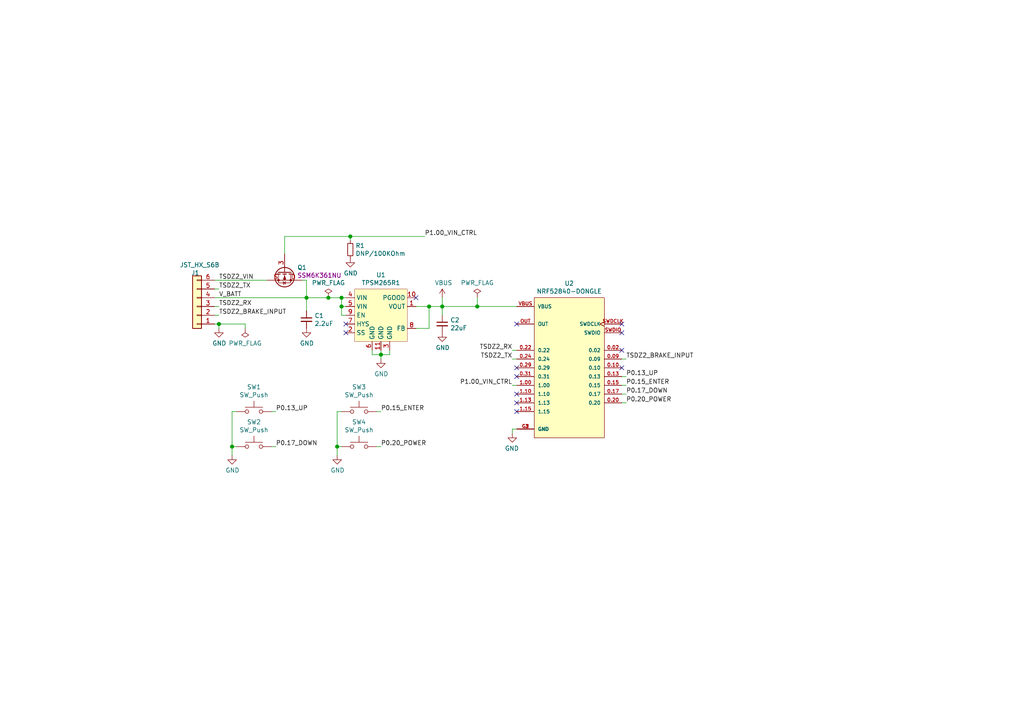
<source format=kicad_sch>
(kicad_sch (version 20210126) (generator eeschema)
  (paper "A4")
  (lib_symbols
    (symbol "Connector_Generic:Conn_01x06" (pin_names (offset 1.016) hide)
      (property "Reference" "J" (at 0 7.62 0))
      (property "Value" "Conn_01x06" (at 0 -10.16 0))
      (symbol "Conn_01x06_1_1"
        (rectangle (start -1.27 -7.493) (end 0 -7.747) (stroke (width 0.1524)))
        (rectangle (start -1.27 -4.953) (end 0 -5.207) (stroke (width 0.1524)))
        (rectangle (start -1.27 -2.413) (end 0 -2.667) (stroke (width 0.1524)))
        (rectangle (start -1.27 0.127) (end 0 -0.127) (stroke (width 0.1524)))
        (rectangle (start -1.27 2.667) (end 0 2.413) (stroke (width 0.1524)))
        (rectangle (start -1.27 5.207) (end 0 4.953) (stroke (width 0.1524)))
        (rectangle (start -1.27 6.35) (end 1.27 -8.89) (stroke (width 0.254)) (fill (type background)))
        (pin passive line (at -5.08 5.08 0) (length 3.81) (name "Pin_1") (number "1"))
        (pin passive line (at -5.08 2.54 0) (length 3.81) (name "Pin_2") (number "2"))
        (pin passive line (at -5.08 0 0) (length 3.81) (name "Pin_3") (number "3"))
        (pin passive line (at -5.08 -2.54 0) (length 3.81) (name "Pin_4") (number "4"))
        (pin passive line (at -5.08 -5.08 0) (length 3.81) (name "Pin_5") (number "5"))
        (pin passive line (at -5.08 -7.62 0) (length 3.81) (name "Pin_6") (number "6"))
      )
    )
    (symbol "Device:C_Small" (pin_numbers hide) (pin_names (offset 0.254) hide)
      (property "Reference" "C" (at 0.254 1.778 0))
      (property "Value" "C_Small" (at 0.254 -2.032 0))
      (symbol "C_Small_0_1"
        (polyline (pts (xy -1.524 -0.508) (xy 1.524 -0.508)) (stroke (width 0.3302)))
        (polyline (pts (xy -1.524 0.508) (xy 1.524 0.508)) (stroke (width 0.3048)))
      )
      (symbol "C_Small_1_1"
        (pin passive line (at 0 2.54 270) (length 2.032) (name "~") (number "1"))
        (pin passive line (at 0 -2.54 90) (length 2.032) (name "~") (number "2"))
      )
    )
    (symbol "Device:R_Small" (pin_numbers hide) (pin_names (offset 0.254) hide)
      (property "Reference" "R" (at 0.762 0.508 0))
      (property "Value" "R_Small" (at 0.762 -1.016 0))
      (symbol "R_Small_0_1"
        (rectangle (start -0.762 1.778) (end 0.762 -1.778) (stroke (width 0.2032)))
      )
      (symbol "R_Small_1_1"
        (pin passive line (at 0 2.54 270) (length 0.762) (name "~") (number "1"))
        (pin passive line (at 0 -2.54 90) (length 0.762) (name "~") (number "2"))
      )
    )
    (symbol "NRF52840-DONGLE:NRF52840-DONGLE" (pin_names (offset 1.016))
      (property "Reference" "U" (at -10.16 21.082 0))
      (property "Value" "NRF52840-DONGLE" (at -10.16 -22.86 0))
      (symbol "NRF52840-DONGLE_0_0"
        (rectangle (start -10.16 -20.32) (end 10.16 20.32) (stroke (width 0.1524)) (fill (type background)))
        (pin bidirectional line (at -15.24 5.08 0) (length 5.08) (name "0.02") (number "0.02"))
        (pin bidirectional line (at -15.24 2.54 0) (length 5.08) (name "0.09") (number "0.09"))
        (pin bidirectional line (at -15.24 0 0) (length 5.08) (name "0.10") (number "0.10"))
        (pin bidirectional line (at -15.24 -2.54 0) (length 5.08) (name "0.13") (number "0.13"))
        (pin bidirectional line (at -15.24 -5.08 0) (length 5.08) (name "0.15") (number "0.15"))
        (pin bidirectional line (at -15.24 -7.62 0) (length 5.08) (name "0.17") (number "0.17"))
        (pin bidirectional line (at -15.24 -10.16 0) (length 5.08) (name "0.20") (number "0.20"))
        (pin bidirectional line (at 15.24 5.08 180) (length 5.08) (name "0.22") (number "0.22"))
        (pin bidirectional line (at 15.24 2.54 180) (length 5.08) (name "0.24") (number "0.24"))
        (pin bidirectional line (at 15.24 0 180) (length 5.08) (name "0.29") (number "0.29"))
        (pin bidirectional line (at 15.24 -2.54 180) (length 5.08) (name "0.31") (number "0.31"))
        (pin bidirectional line (at 15.24 -5.08 180) (length 5.08) (name "1.00") (number "1.00"))
        (pin bidirectional line (at 15.24 -7.62 180) (length 5.08) (name "1.10") (number "1.10"))
        (pin bidirectional line (at 15.24 -10.16 180) (length 5.08) (name "1.13") (number "1.13"))
        (pin bidirectional line (at 15.24 -12.7 180) (length 5.08) (name "1.15") (number "1.15"))
        (pin power_in line (at 15.24 -17.78 180) (length 5.08) (name "GND") (number "G1"))
        (pin power_in line (at 15.24 -17.78 180) (length 5.08) (name "GND") (number "G2"))
        (pin power_in line (at 15.24 -17.78 180) (length 5.08) (name "GND") (number "G3"))
        (pin output line (at 15.24 12.7 180) (length 5.08) (name "OUT") (number "OUT"))
        (pin input clock (at -15.24 12.7 0) (length 5.08) (name "SWDCLK") (number "SWDCLK"))
        (pin bidirectional line (at -15.24 10.16 0) (length 5.08) (name "SWDIO") (number "SWDIO"))
        (pin power_in line (at 15.24 17.78 180) (length 5.08) (name "VBUS") (number "VBUS"))
      )
    )
    (symbol "SSM6J507NU:SSM6J507NU" (pin_names (offset 0) hide)
      (property "Reference" "Q1" (at 3.9306 2.3876 90))
      (property "MPN" "SSM6K361NU" (at 3.689 -0.152 90))
      (symbol "SSM6J507NU_0_0"
        (pin passive line (at 2.54 5.08 270) (length 5.08) hide (name "D") (number "1"))
        (pin passive line (at 2.54 5.08 270) (length 5.08) hide (name "D") (number "2"))
        (pin passive line (at 2.54 5.08 270) (length 5.08) hide (name "D") (number "6"))
        (pin passive line (at 2.54 5.08 270) (length 5.08) (name "D") (number "D"))
        (pin passive line (at 2.54 -5.08 90) (length 5.08) (name "S") (number "S"))
      )
      (symbol "SSM6J507NU_0_1"
        (circle (center 1.651 0) (radius 2.8194) (stroke (width 0.254)))
        (circle (center 2.54 -1.778) (radius 0.2794) (fill (type outline)))
        (circle (center 2.54 1.778) (radius 0.2794) (fill (type outline)))
        (polyline (pts (xy 0.0508 0) (xy 0.254 0)))
        (polyline (pts (xy 0.762 -1.778) (xy 2.54 -1.778)))
        (polyline (pts (xy 0.762 -1.27) (xy 0.762 -2.286)) (stroke (width 0.254)))
        (polyline (pts (xy 0.762 0) (xy 2.54 0)))
        (polyline (pts (xy 0.762 0.508) (xy 0.762 -0.508)) (stroke (width 0.254)))
        (polyline (pts (xy 0.762 1.778) (xy 2.54 1.778)))
        (polyline (pts (xy 0.762 2.286) (xy 0.762 1.27)) (stroke (width 0.254)))
        (polyline (pts (xy 2.54 -1.778) (xy 2.54 -2.54)))
        (polyline (pts (xy 2.54 -1.778) (xy 2.54 0)))
        (polyline (pts (xy 2.54 2.54) (xy 2.54 1.778)))
        (polyline (pts (xy 0.254 1.905) (xy 0.254 -1.905) (xy 0.254 -1.905)) (stroke (width 0.254)))
        (polyline (pts (xy 2.54 -1.778) (xy 3.302 -1.778) (xy 3.302 1.778) (xy 2.54 1.778)))
        (polyline (pts (xy 2.794 -0.508) (xy 2.921 -0.381) (xy 3.683 -0.381) (xy 3.81 -0.254)))
        (polyline (pts (xy 3.302 -0.381) (xy 2.921 0.254) (xy 3.683 0.254) (xy 3.302 -0.381)))
        (polyline (pts (xy 1.27 0) (xy 2.286 0.381) (xy 2.286 -0.381) (xy 1.27 0)) (fill (type outline)))
      )
      (symbol "SSM6J507NU_1_1"
        (pin input line (at -5.08 0 0) (length 5.08) (name "G") (number "3"))
        (pin passive line (at 2.54 -5.08 90) (length 2.54) hide (name "S") (number "4"))
        (pin passive line (at 2.54 5.08 270) (length 2.54) hide (name "D") (number "5"))
      )
    )
    (symbol "Switch:SW_Push" (pin_numbers hide) (pin_names (offset 1.016) hide)
      (property "Reference" "SW" (at 1.27 2.54 0))
      (property "Value" "SW_Push" (at 0 -1.524 0))
      (symbol "SW_Push_0_1"
        (circle (center -2.032 0) (radius 0.508))
        (circle (center 2.032 0) (radius 0.508))
        (polyline (pts (xy 0 1.27) (xy 0 3.048)))
        (polyline (pts (xy 2.54 1.27) (xy -2.54 1.27)))
        (pin passive line (at -5.08 0 0) (length 2.54) (name "1") (number "1"))
        (pin passive line (at 5.08 0 180) (length 2.54) (name "2") (number "2"))
      )
    )
    (symbol "power:GND" (power) (pin_names (offset 0))
      (property "Value" "GND" (at 0 -3.81 0))
      (symbol "GND_0_1"
        (polyline (pts (xy 0 0) (xy 0 -1.27) (xy 1.27 -1.27) (xy 0 -2.54) (xy -1.27 -1.27) (xy 0 -1.27)))
      )
      (symbol "GND_1_1"
        (pin power_in line (at 0 0 270) (length 0) hide (name "GND") (number "1"))
      )
    )
    (symbol "power:PWR_FLAG" (power) (pin_numbers hide) (pin_names (offset 0) hide)
      (property "Value" "PWR_FLAG" (at 0 3.81 0))
      (symbol "PWR_FLAG_0_0"
        (pin power_out line (at 0 0 90) (length 0) (name "pwr") (number "1"))
      )
      (symbol "PWR_FLAG_0_1"
        (polyline (pts (xy 0 0) (xy 0 1.27) (xy -1.016 1.905) (xy 0 2.54) (xy 1.016 1.905) (xy 0 1.27)))
      )
    )
    (symbol "power:VBUS" (power) (pin_names (offset 0))
      (property "Value" "VBUS" (at 0 3.81 0))
      (symbol "VBUS_0_1"
        (polyline (pts (xy -0.762 1.27) (xy 0 2.54)))
        (polyline (pts (xy 0 0) (xy 0 2.54)))
        (polyline (pts (xy 0 2.54) (xy 0.762 1.27)))
      )
      (symbol "VBUS_1_1"
        (pin power_in line (at 0 0 90) (length 0) hide (name "VBUS") (number "1"))
      )
    )
    (symbol "stanislao_nrf:TPSM265R1"
      (property "Reference" "U?" (at 0 14.2437 0))
      (property "Value" "TPSM265R1" (at 0 11.945 0))
      (symbol "TPSM265R1_0_0"
        (pin input line (at 10.16 7.62 180) (length 2.54) (name "PGOOD") (number "10"))
        (pin input line (at 0 -7.62 90) (length 2.54) (name "GND") (number "11"))
        (pin input line (at -10.16 -2.54 0) (length 2.54) (name "SS") (number "2"))
        (pin input line (at 2.54 -7.62 90) (length 2.54) (name "GND") (number "3"))
        (pin input line (at -10.16 7.62 0) (length 2.54) (name "VIN") (number "4"))
        (pin input line (at -10.16 5.08 0) (length 2.54) (name "VIN") (number "5"))
        (pin input line (at -2.54 -7.62 90) (length 2.54) (name "GND") (number "6"))
        (pin input line (at -10.16 0 0) (length 2.54) (name "HYS") (number "7"))
        (pin input line (at 10.16 -1.27 180) (length 2.54) (name "FB") (number "8"))
        (pin input line (at -10.16 2.54 0) (length 2.54) (name "EN") (number "9"))
      )
      (symbol "TPSM265R1_0_1"
        (rectangle (start -7.62 10.16) (end 7.62 -5.08) (stroke (width 0.001)) (fill (type background)))
      )
      (symbol "TPSM265R1_1_1"
        (pin input line (at 10.16 5.08 180) (length 2.54) (name "VOUT") (number "1"))
      )
    )
  )
  (junction (at 63.5 93.98) (diameter 1.016))
  (junction (at 67.31 129.54) (diameter 1.016))
  (junction (at 88.9 86.36) (diameter 1.016))
  (junction (at 95.25 86.36) (diameter 1.016))
  (junction (at 97.79 129.54) (diameter 1.016))
  (junction (at 99.06 86.36) (diameter 1.016))
  (junction (at 99.06 88.9) (diameter 1.016))
  (junction (at 101.6 68.58) (diameter 1.016))
  (junction (at 110.49 102.87) (diameter 1.016))
  (junction (at 124.46 88.9) (diameter 1.016))
  (junction (at 128.27 88.9) (diameter 1.016))
  (junction (at 138.43 88.9) (diameter 1.016))
  (no_connect (at 100.33 93.98))
  (no_connect (at 100.33 96.52))
  (no_connect (at 120.65 86.36))
  (no_connect (at 149.86 93.98))
  (no_connect (at 149.86 106.68))
  (no_connect (at 149.86 109.22))
  (no_connect (at 149.86 114.3))
  (no_connect (at 149.86 116.84))
  (no_connect (at 149.86 119.38))
  (no_connect (at 180.34 93.98))
  (no_connect (at 180.34 96.52))
  (no_connect (at 180.34 101.6))
  (no_connect (at 180.34 106.68))
  (wire (pts (xy 62.23 81.28) (xy 77.47 81.28)))
  (wire (pts (xy 62.23 83.82) (xy 63.5 83.82)))
  (wire (pts (xy 62.23 86.36) (xy 88.9 86.36)))
  (wire (pts (xy 62.23 88.9) (xy 63.5 88.9)))
  (wire (pts (xy 62.23 91.44) (xy 63.5 91.44)))
  (wire (pts (xy 62.23 93.98) (xy 63.5 93.98)))
  (wire (pts (xy 63.5 93.98) (xy 63.5 95.25)))
  (wire (pts (xy 67.31 119.38) (xy 67.31 129.54)))
  (wire (pts (xy 67.31 129.54) (xy 67.31 132.08)))
  (wire (pts (xy 67.31 129.54) (xy 68.58 129.54)))
  (wire (pts (xy 68.58 119.38) (xy 67.31 119.38)))
  (wire (pts (xy 71.12 93.98) (xy 63.5 93.98)))
  (wire (pts (xy 71.12 95.25) (xy 71.12 93.98)))
  (wire (pts (xy 78.74 119.38) (xy 80.01 119.38)))
  (wire (pts (xy 78.74 129.54) (xy 80.01 129.54)))
  (wire (pts (xy 82.55 68.58) (xy 82.55 73.66)))
  (wire (pts (xy 82.55 68.58) (xy 101.6 68.58)))
  (wire (pts (xy 88.9 81.28) (xy 87.63 81.28)))
  (wire (pts (xy 88.9 86.36) (xy 88.9 81.28)))
  (wire (pts (xy 88.9 86.36) (xy 95.25 86.36)))
  (wire (pts (xy 88.9 90.17) (xy 88.9 86.36)))
  (wire (pts (xy 95.25 86.36) (xy 99.06 86.36)))
  (wire (pts (xy 97.79 119.38) (xy 97.79 129.54)))
  (wire (pts (xy 97.79 129.54) (xy 97.79 132.08)))
  (wire (pts (xy 99.06 86.36) (xy 100.33 86.36)))
  (wire (pts (xy 99.06 88.9) (xy 99.06 86.36)))
  (wire (pts (xy 99.06 88.9) (xy 99.06 91.44)))
  (wire (pts (xy 99.06 91.44) (xy 100.33 91.44)))
  (wire (pts (xy 99.06 119.38) (xy 97.79 119.38)))
  (wire (pts (xy 99.06 129.54) (xy 97.79 129.54)))
  (wire (pts (xy 100.33 88.9) (xy 99.06 88.9)))
  (wire (pts (xy 101.6 68.58) (xy 101.6 69.85)))
  (wire (pts (xy 101.6 68.58) (xy 123.19 68.58)))
  (wire (pts (xy 107.95 102.87) (xy 107.95 101.6)))
  (wire (pts (xy 109.22 119.38) (xy 110.49 119.38)))
  (wire (pts (xy 109.22 129.54) (xy 110.49 129.54)))
  (wire (pts (xy 110.49 101.6) (xy 110.49 102.87)))
  (wire (pts (xy 110.49 102.87) (xy 107.95 102.87)))
  (wire (pts (xy 110.49 102.87) (xy 110.49 104.14)))
  (wire (pts (xy 110.49 102.87) (xy 113.03 102.87)))
  (wire (pts (xy 113.03 102.87) (xy 113.03 101.6)))
  (wire (pts (xy 120.65 88.9) (xy 124.46 88.9)))
  (wire (pts (xy 120.65 95.25) (xy 124.46 95.25)))
  (wire (pts (xy 124.46 88.9) (xy 128.27 88.9)))
  (wire (pts (xy 124.46 95.25) (xy 124.46 88.9)))
  (wire (pts (xy 128.27 86.36) (xy 128.27 88.9)))
  (wire (pts (xy 128.27 88.9) (xy 128.27 91.44)))
  (wire (pts (xy 128.27 88.9) (xy 138.43 88.9)))
  (wire (pts (xy 138.43 86.36) (xy 138.43 88.9)))
  (wire (pts (xy 138.43 88.9) (xy 149.86 88.9)))
  (wire (pts (xy 148.59 124.46) (xy 148.59 125.73)))
  (wire (pts (xy 149.86 101.6) (xy 148.59 101.6)))
  (wire (pts (xy 149.86 104.14) (xy 148.59 104.14)))
  (wire (pts (xy 149.86 111.76) (xy 148.59 111.76)))
  (wire (pts (xy 149.86 124.46) (xy 148.59 124.46)))
  (wire (pts (xy 180.34 111.76) (xy 181.61 111.76)))
  (wire (pts (xy 180.34 114.3) (xy 181.61 114.3)))
  (wire (pts (xy 180.34 116.84) (xy 181.61 116.84)))
  (wire (pts (xy 181.61 104.14) (xy 180.34 104.14)))
  (wire (pts (xy 181.61 109.22) (xy 180.34 109.22)) (stroke (width 0.152)))
  (label "TSDZ2_VIN" (at 63.5 81.28 0))
  (label "TSDZ2_TX" (at 63.5 83.82 0))
  (label "V_BATT" (at 63.5 86.36 0))
  (label "TSDZ2_RX" (at 63.5 88.9 0))
  (label "TSDZ2_BRAKE_INPUT" (at 63.5 91.44 0))
  (label "P0.13_UP" (at 80.01 119.38 0))
  (label "P0.17_DOWN" (at 80.01 129.54 0))
  (label "P0.15_ENTER" (at 110.49 119.38 0))
  (label "P0.20_POWER" (at 110.49 129.54 0))
  (label "P1.00_VIN_CTRL" (at 123.19 68.58 0))
  (label "TSDZ2_RX" (at 148.59 101.6 180))
  (label "TSDZ2_TX" (at 148.59 104.14 180))
  (label "P1.00_VIN_CTRL" (at 148.59 111.76 180))
  (label "TSDZ2_BRAKE_INPUT" (at 181.61 104.14 0))
  (label "P0.13_UP" (at 181.61 109.22 0))
  (label "P0.15_ENTER" (at 181.61 111.76 0))
  (label "P0.17_DOWN" (at 181.61 114.3 0))
  (label "P0.20_POWER" (at 181.61 116.84 0))
  (symbol (lib_id "power:PWR_FLAG") (at 71.12 95.25 180) (unit 1)
    (property "Reference" "#FLG01" (effects hide))
    (property "Value" "PWR_FLAG" (at 71.12 99.5744 0))
  )
  (symbol (lib_id "power:PWR_FLAG") (at 95.25 86.36 0) (unit 1)
    (property "Reference" "#FLG02" (effects hide))
    (property "Value" "PWR_FLAG" (at 95.25 82.0356 0))
  )
  (symbol (lib_id "power:PWR_FLAG") (at 138.43 86.36 0) (unit 1)
    (property "Reference" "#FLG03" (effects hide))
    (property "Value" "PWR_FLAG" (at 138.43 82.0356 0))
  )
  (symbol (lib_id "power:VBUS") (at 128.27 86.36 0) (unit 1)
    (property "Reference" "#PWR07" (effects hide))
    (property "Value" "VBUS" (at 128.6383 82.0356 0))
  )
  (symbol (lib_id "power:GND") (at 63.5 95.25 0) (unit 1)
    (property "Reference" "#PWR01" (effects hide))
    (property "Value" "GND" (at 63.6143 99.5744 0))
  )
  (symbol (lib_id "power:GND") (at 67.31 132.08 0) (unit 1)
    (property "Reference" "#PWR02" (effects hide))
    (property "Value" "GND" (at 67.4243 136.4044 0))
  )
  (symbol (lib_id "power:GND") (at 88.9 95.25 0) (unit 1)
    (property "Reference" "#PWR03" (effects hide))
    (property "Value" "GND" (at 89.0143 99.5744 0))
  )
  (symbol (lib_id "power:GND") (at 97.79 132.08 0) (unit 1)
    (property "Reference" "#PWR04" (effects hide))
    (property "Value" "GND" (at 97.9043 136.4044 0))
  )
  (symbol (lib_id "power:GND") (at 101.6 74.93 0) (unit 1)
    (property "Reference" "#PWR05" (effects hide))
    (property "Value" "GND" (at 101.7143 79.2544 0))
  )
  (symbol (lib_id "power:GND") (at 110.49 104.14 0) (unit 1)
    (property "Reference" "#PWR06" (effects hide))
    (property "Value" "GND" (at 110.6043 108.4644 0))
  )
  (symbol (lib_id "power:GND") (at 128.27 96.52 0) (unit 1)
    (property "Reference" "#PWR08" (effects hide))
    (property "Value" "GND" (at 128.3843 100.8444 0))
  )
  (symbol (lib_id "power:GND") (at 148.59 125.73 0) (mirror y) (unit 1)
    (property "Reference" "#PWR09" (effects hide))
    (property "Value" "GND" (at 148.4757 130.0544 0))
  )
  (symbol (lib_id "Device:R_Small") (at 101.6 72.39 0) (unit 1)
    (property "Reference" "R1" (at 103.0987 71.2406 0) (effects (justify left)))
    (property "Value" "DNP/100KOhm" (at 103.099 73.539 0) (effects (justify left)))
    (property "Footprint" "Resistor_SMD:R_0603_1608Metric" (effects hide))
  )
  (symbol (lib_id "Device:C_Small") (at 88.9 92.71 0) (unit 1)
    (property "Reference" "C1" (at 91.2242 91.5606 0) (effects (justify left)))
    (property "Value" "2.2uF" (at 91.224 93.859 0) (effects (justify left)))
    (property "Footprint" "Capacitor_SMD:C_1210_3225Metric" (effects hide))
  )
  (symbol (lib_id "Device:C_Small") (at 128.27 93.98 0) (unit 1)
    (property "Reference" "C2" (at 130.5942 92.8306 0) (effects (justify left)))
    (property "Value" "22uF" (at 130.594 95.129 0) (effects (justify left)))
    (property "Footprint" "Capacitor_SMD:C_0805_2012Metric" (effects hide))
  )
  (symbol (lib_id "Switch:SW_Push") (at 73.66 119.38 0) (unit 1)
    (property "Reference" "SW1" (at 73.66 112.2488 0))
    (property "Value" "SW_Push" (at 73.66 114.5475 0))
    (property "Footprint" "Connector_JST:JST_XH_B2B-XH-A_1x02_P2.50mm_Vertical" (effects hide))
  )
  (symbol (lib_id "Switch:SW_Push") (at 73.66 129.54 0) (unit 1)
    (property "Reference" "SW2" (at 73.66 122.4088 0))
    (property "Value" "SW_Push" (at 73.66 124.7075 0))
    (property "Footprint" "Connector_JST:JST_XH_B2B-XH-A_1x02_P2.50mm_Vertical" (effects hide))
  )
  (symbol (lib_id "Switch:SW_Push") (at 104.14 119.38 0) (unit 1)
    (property "Reference" "SW3" (at 104.14 112.2488 0))
    (property "Value" "SW_Push" (at 104.14 114.5475 0))
    (property "Footprint" "Connector_JST:JST_XH_B2B-XH-A_1x02_P2.50mm_Vertical" (effects hide))
  )
  (symbol (lib_id "Switch:SW_Push") (at 104.14 129.54 0) (unit 1)
    (property "Reference" "SW4" (at 104.14 122.4088 0))
    (property "Value" "SW_Push" (at 104.14 124.7075 0))
    (property "Footprint" "Connector_JST:JST_XH_B2B-XH-A_1x02_P2.50mm_Vertical" (effects hide))
  )
  (symbol (lib_id "Connector_Generic:Conn_01x06") (at 57.15 88.9 180) (unit 1)
    (property "Reference" "J1" (at 56.642 79.1402 0))
    (property "Value" "JST_HX_S6B" (at 57.912 76.841 0))
    (property "Footprint" "Connector_JST:JST_XH_S6B-XH-A_1x06_P2.50mm_Horizontal" (effects hide))
  )
  (symbol (lib_id "SSM6J507NU:SSM6J507NU") (at 82.55 78.74 270) (unit 1)
    (property "Reference" "Q1" (at 86.2076 77.5906 90) (effects (justify left)))
    (property "Value" "SSM6J507NU" (effects hide))
    (property "Footprint" "footprints:UDFN6B" (effects hide))
    (property "MPN" "SSM6K361NU" (at 86.208 79.889 90) (effects (justify left)))
  )
  (symbol (lib_id "stanislao_nrf:TPSM265R1") (at 110.49 93.98 0) (unit 1)
    (property "Reference" "U1" (at 110.49 79.7363 0))
    (property "Value" "TPSM265R1" (at 110.49 82.035 0))
    (property "Footprint" "stanislao_nrf-backups:TPSM265R1" (effects hide))
    (property "Datasheet" "https://www.ti.com/lit/ds/symlink/tpsm265r1.pdf?ts=1608199314779&ref_url=https%253A%252F%252Fwww.ti.com%252Fstore%252Fti%252Fen%252Fp%252Fproduct%252F%253Fp%253DTPSM265R1SILR" (effects hide))
  )
  (symbol (lib_id "NRF52840-DONGLE:NRF52840-DONGLE") (at 165.1 106.68 0) (mirror y) (unit 1)
    (property "Reference" "U2" (at 165.1 82.2006 0))
    (property "Value" "NRF52840-DONGLE" (at 165.1 84.4993 0))
    (property "Footprint" "stanislao_nrf-backups:MODULE_NRF52840-DONGLE" (effects hide))
    (property "STANDARD" "Manufacturer Recommendations" (effects hide))
    (property "PARTREV" "1.1" (effects hide))
    (property "MANUFACTURER" "Nordic semiconductor" (effects hide))
    (property "MAXIMUM_PACKAGE_HEIGHT" "N/A" (effects hide))
  )
)
</source>
